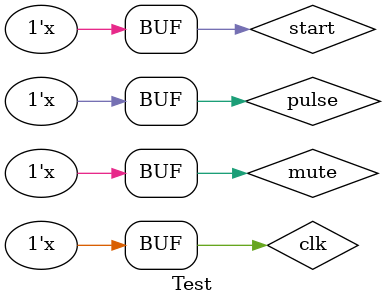
<source format=v>
 
`timescale 1ms/100us 

module Test;

// ????? ??
reg clk ;
reg pulse ;
reg mute ;
reg start; // ????? ?? ?? ??? ?? ??? ???? ???? ???? ??? ?????? ???? ?????? ??? ???? ???? ???? ??? ???? ????? ??


// ??? ??? ????? ????? ??? ??? ??????
wire z ;       
wire[10:0] out;
wire[10:0] out1;
wire[11:0] out2;

// ????? ??
wire[6:0] seg0,seg1,seg2;
wire LED;
wire Speaker;

// ???? ????
always #0.5 clk = ~clk;

// ??? ??? ????? ???? ??? ???? ?? ??? ?

Pulse_finder PULSE_FINDER( clk,pulse,z); // ????? ?? ????? ???

LEDLamp LEDLAMP( clk,z,LED); // ?????? ?? ?? ??
Speaker_Controler SPEAKER_CONTROLER(mute,Speaker,clk,LED,start); // ?????? ??????

counter COUNTER( clk, z , out); // ??????? ?????
Register REGISTER( out,clk,z,out1); // ?????? ????? ????? ???
Rom ROM(out2,out1,clk); // eprom
segment7 SEG1(out2[3:0],seg0),SEG2(out2[7:4],seg1),SEG3(out2[11:8],seg2); // ??? ????? ??



 //  ??? ????
  initial begin  

    	clk <= 0; 
	pulse <=0; 
	mute <=0;
	start <=0;

	#(10) start = ~start;
	#(10) start = ~start;
	#(5)  pulse = ~pulse;
	#(10) pulse = ~pulse;
	#(10) mute = ~mute;
        #(10) mute = ~mute;
	#(400) mute = ~mute;
	#(10) mute = ~mute;
	#(427) pulse = ~pulse;
	#(10) pulse = ~pulse;
	#(987)pulse = ~pulse;
	#(10)pulse = ~pulse;
  end  
endmodule

</source>
